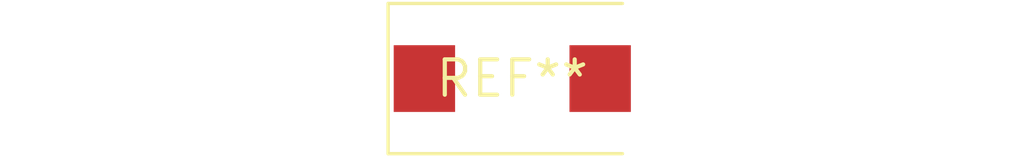
<source format=kicad_pcb>
(kicad_pcb (version 20240108) (generator pcbnew)
  (layers (0 "F.Cu" signal) (31 "B.Cu" signal) (34 "B.Paste" user) (35 "F.Paste" user) (36 "B.SilkS" user "B.Silkscreen") (37 "F.SilkS" user "F.Silkscreen") (38 "B.Mask" user) (39 "F.Mask" user) (44 "Edge.Cuts" user))
  (net 0 "")
  (footprint "Crystal_SMD_FOX_FE-2Pin_7.5x5.0mm" (layer "F.Cu") (at 0 0)
    (property "Reference" "REF**")
    (property "Value" "Crystal_SMD_FOX_FE-2Pin_7.5x5.0mm")
    (fp_line (start -4.45 -2.7) (end -4.45 2.7) (layer "F.SilkS") (stroke (width 0.12)))
    (fp_line (start -4.45 2.7) (end 3.95 2.7) (layer "F.SilkS") (stroke (width 0.12)))
    (fp_line (start 3.95 -2.7) (end -4.45 -2.7) (layer "F.SilkS") (stroke (width 0.12)))
    (pad "1" smd rect (at -3.15 0) (size 2.2 2.4) (layers "F.Cu" "F.Paste" "F.Mask"))
    (pad "2" smd rect (at 3.15 0) (size 2.2 2.4) (layers "F.Cu" "F.Paste" "F.Mask"))
  )
)
</source>
